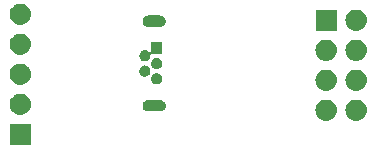
<source format=gbr>
G04 #@! TF.GenerationSoftware,KiCad,Pcbnew,5.0.2-bee76a0~70~ubuntu18.04.1*
G04 #@! TF.CreationDate,2019-08-13T19:29:34+01:00*
G04 #@! TF.ProjectId,SOICbite_USB,534f4943-6269-4746-955f-5553422e6b69,rev?*
G04 #@! TF.SameCoordinates,Original*
G04 #@! TF.FileFunction,Soldermask,Bot*
G04 #@! TF.FilePolarity,Negative*
%FSLAX46Y46*%
G04 Gerber Fmt 4.6, Leading zero omitted, Abs format (unit mm)*
G04 Created by KiCad (PCBNEW 5.0.2-bee76a0~70~ubuntu18.04.1) date Tue 13 Aug 2019 19:29:34 BST*
%MOMM*%
%LPD*%
G01*
G04 APERTURE LIST*
%ADD10C,0.100000*%
G04 APERTURE END LIST*
D10*
G36*
X108001000Y-102601000D02*
X106199000Y-102601000D01*
X106199000Y-100799000D01*
X108001000Y-100799000D01*
X108001000Y-102601000D01*
X108001000Y-102601000D01*
G37*
G36*
X135734295Y-98778634D02*
X135906695Y-98830932D01*
X135906697Y-98830933D01*
X136065584Y-98915860D01*
X136204850Y-99030152D01*
X136319142Y-99169418D01*
X136325700Y-99181688D01*
X136404070Y-99328307D01*
X136456368Y-99500707D01*
X136474026Y-99680001D01*
X136456368Y-99859295D01*
X136404070Y-100031695D01*
X136404069Y-100031697D01*
X136319142Y-100190584D01*
X136204850Y-100329850D01*
X136065584Y-100444142D01*
X135906697Y-100529069D01*
X135906695Y-100529070D01*
X135734295Y-100581368D01*
X135599932Y-100594601D01*
X135510070Y-100594601D01*
X135375707Y-100581368D01*
X135203307Y-100529070D01*
X135203305Y-100529069D01*
X135044418Y-100444142D01*
X134905152Y-100329850D01*
X134790860Y-100190584D01*
X134705933Y-100031697D01*
X134705932Y-100031695D01*
X134653634Y-99859295D01*
X134635976Y-99680001D01*
X134653634Y-99500707D01*
X134705932Y-99328307D01*
X134784302Y-99181688D01*
X134790860Y-99169418D01*
X134905152Y-99030152D01*
X135044418Y-98915860D01*
X135203305Y-98830933D01*
X135203307Y-98830932D01*
X135375707Y-98778634D01*
X135510070Y-98765401D01*
X135599932Y-98765401D01*
X135734295Y-98778634D01*
X135734295Y-98778634D01*
G37*
G36*
X133194295Y-98778634D02*
X133366695Y-98830932D01*
X133366697Y-98830933D01*
X133525584Y-98915860D01*
X133664850Y-99030152D01*
X133779142Y-99169418D01*
X133785700Y-99181688D01*
X133864070Y-99328307D01*
X133916368Y-99500707D01*
X133934026Y-99680001D01*
X133916368Y-99859295D01*
X133864070Y-100031695D01*
X133864069Y-100031697D01*
X133779142Y-100190584D01*
X133664850Y-100329850D01*
X133525584Y-100444142D01*
X133366697Y-100529069D01*
X133366695Y-100529070D01*
X133194295Y-100581368D01*
X133059932Y-100594601D01*
X132970070Y-100594601D01*
X132835707Y-100581368D01*
X132663307Y-100529070D01*
X132663305Y-100529069D01*
X132504418Y-100444142D01*
X132365152Y-100329850D01*
X132250860Y-100190584D01*
X132165933Y-100031697D01*
X132165932Y-100031695D01*
X132113634Y-99859295D01*
X132095976Y-99680001D01*
X132113634Y-99500707D01*
X132165932Y-99328307D01*
X132244302Y-99181688D01*
X132250860Y-99169418D01*
X132365152Y-99030152D01*
X132504418Y-98915860D01*
X132663305Y-98830933D01*
X132663307Y-98830932D01*
X132835707Y-98778634D01*
X132970070Y-98765401D01*
X133059932Y-98765401D01*
X133194295Y-98778634D01*
X133194295Y-98778634D01*
G37*
G36*
X107210443Y-98265519D02*
X107276627Y-98272037D01*
X107389853Y-98306384D01*
X107446467Y-98323557D01*
X107585087Y-98397652D01*
X107602991Y-98407222D01*
X107638729Y-98436552D01*
X107740186Y-98519814D01*
X107823448Y-98621271D01*
X107852778Y-98657009D01*
X107852779Y-98657011D01*
X107936443Y-98813533D01*
X107936443Y-98813534D01*
X107987963Y-98983373D01*
X108005359Y-99160000D01*
X107987963Y-99336627D01*
X107978351Y-99368312D01*
X107936443Y-99506467D01*
X107918130Y-99540727D01*
X107852778Y-99662991D01*
X107844813Y-99672696D01*
X107740186Y-99800186D01*
X107668160Y-99859295D01*
X107602991Y-99912778D01*
X107602989Y-99912779D01*
X107446467Y-99996443D01*
X107389853Y-100013616D01*
X107276627Y-100047963D01*
X107210443Y-100054481D01*
X107144260Y-100061000D01*
X107055740Y-100061000D01*
X106989558Y-100054482D01*
X106923373Y-100047963D01*
X106810147Y-100013616D01*
X106753533Y-99996443D01*
X106597011Y-99912779D01*
X106597009Y-99912778D01*
X106531840Y-99859295D01*
X106459814Y-99800186D01*
X106355187Y-99672696D01*
X106347222Y-99662991D01*
X106281870Y-99540727D01*
X106263557Y-99506467D01*
X106221649Y-99368312D01*
X106212037Y-99336627D01*
X106194641Y-99160000D01*
X106212037Y-98983373D01*
X106263557Y-98813534D01*
X106263557Y-98813533D01*
X106347221Y-98657011D01*
X106347222Y-98657009D01*
X106376552Y-98621271D01*
X106459814Y-98519814D01*
X106561271Y-98436552D01*
X106597009Y-98407222D01*
X106614913Y-98397652D01*
X106753533Y-98323557D01*
X106810147Y-98306384D01*
X106923373Y-98272037D01*
X106989557Y-98265519D01*
X107055740Y-98259000D01*
X107144260Y-98259000D01*
X107210443Y-98265519D01*
X107210443Y-98265519D01*
G37*
G36*
X119023312Y-98805887D02*
X119113039Y-98833106D01*
X119195731Y-98877306D01*
X119268211Y-98936789D01*
X119327694Y-99009269D01*
X119371894Y-99091961D01*
X119399113Y-99181688D01*
X119408303Y-99275000D01*
X119399113Y-99368312D01*
X119371894Y-99458039D01*
X119327694Y-99540731D01*
X119268211Y-99613211D01*
X119195731Y-99672694D01*
X119113039Y-99716894D01*
X119023312Y-99744113D01*
X118953384Y-99751000D01*
X117906616Y-99751000D01*
X117836688Y-99744113D01*
X117746961Y-99716894D01*
X117664269Y-99672694D01*
X117591789Y-99613211D01*
X117532306Y-99540731D01*
X117488106Y-99458039D01*
X117460887Y-99368312D01*
X117451697Y-99275000D01*
X117460887Y-99181688D01*
X117488106Y-99091961D01*
X117532306Y-99009269D01*
X117591789Y-98936789D01*
X117664269Y-98877306D01*
X117746961Y-98833106D01*
X117836688Y-98805887D01*
X117906616Y-98799000D01*
X118953384Y-98799000D01*
X119023312Y-98805887D01*
X119023312Y-98805887D01*
G37*
G36*
X133194295Y-96238634D02*
X133366695Y-96290932D01*
X133366697Y-96290933D01*
X133525584Y-96375860D01*
X133664850Y-96490152D01*
X133779142Y-96629418D01*
X133816736Y-96699752D01*
X133864070Y-96788307D01*
X133916368Y-96960707D01*
X133934026Y-97140001D01*
X133916368Y-97319295D01*
X133864070Y-97491695D01*
X133864069Y-97491697D01*
X133779142Y-97650584D01*
X133664850Y-97789850D01*
X133525584Y-97904142D01*
X133366697Y-97989069D01*
X133366695Y-97989070D01*
X133194295Y-98041368D01*
X133059932Y-98054601D01*
X132970070Y-98054601D01*
X132835707Y-98041368D01*
X132663307Y-97989070D01*
X132663305Y-97989069D01*
X132504418Y-97904142D01*
X132365152Y-97789850D01*
X132250860Y-97650584D01*
X132165933Y-97491697D01*
X132165932Y-97491695D01*
X132113634Y-97319295D01*
X132095976Y-97140001D01*
X132113634Y-96960707D01*
X132165932Y-96788307D01*
X132213266Y-96699752D01*
X132250860Y-96629418D01*
X132365152Y-96490152D01*
X132504418Y-96375860D01*
X132663305Y-96290933D01*
X132663307Y-96290932D01*
X132835707Y-96238634D01*
X132970070Y-96225401D01*
X133059932Y-96225401D01*
X133194295Y-96238634D01*
X133194295Y-96238634D01*
G37*
G36*
X135734295Y-96238634D02*
X135906695Y-96290932D01*
X135906697Y-96290933D01*
X136065584Y-96375860D01*
X136204850Y-96490152D01*
X136319142Y-96629418D01*
X136356736Y-96699752D01*
X136404070Y-96788307D01*
X136456368Y-96960707D01*
X136474026Y-97140001D01*
X136456368Y-97319295D01*
X136404070Y-97491695D01*
X136404069Y-97491697D01*
X136319142Y-97650584D01*
X136204850Y-97789850D01*
X136065584Y-97904142D01*
X135906697Y-97989069D01*
X135906695Y-97989070D01*
X135734295Y-98041368D01*
X135599932Y-98054601D01*
X135510070Y-98054601D01*
X135375707Y-98041368D01*
X135203307Y-97989070D01*
X135203305Y-97989069D01*
X135044418Y-97904142D01*
X134905152Y-97789850D01*
X134790860Y-97650584D01*
X134705933Y-97491697D01*
X134705932Y-97491695D01*
X134653634Y-97319295D01*
X134635976Y-97140001D01*
X134653634Y-96960707D01*
X134705932Y-96788307D01*
X134753266Y-96699752D01*
X134790860Y-96629418D01*
X134905152Y-96490152D01*
X135044418Y-96375860D01*
X135203305Y-96290933D01*
X135203307Y-96290932D01*
X135375707Y-96238634D01*
X135510070Y-96225401D01*
X135599932Y-96225401D01*
X135734295Y-96238634D01*
X135734295Y-96238634D01*
G37*
G36*
X107210442Y-95725518D02*
X107276627Y-95732037D01*
X107389853Y-95766384D01*
X107446467Y-95783557D01*
X107547172Y-95837386D01*
X107602991Y-95867222D01*
X107617342Y-95879000D01*
X107740186Y-95979814D01*
X107797584Y-96049755D01*
X107852778Y-96117009D01*
X107852779Y-96117011D01*
X107936443Y-96273533D01*
X107936443Y-96273534D01*
X107987963Y-96443373D01*
X108005359Y-96620000D01*
X107987963Y-96796627D01*
X107967946Y-96862614D01*
X107936443Y-96966467D01*
X107893723Y-97046389D01*
X107852778Y-97122991D01*
X107840964Y-97137386D01*
X107740186Y-97260186D01*
X107668160Y-97319295D01*
X107602991Y-97372778D01*
X107602989Y-97372779D01*
X107446467Y-97456443D01*
X107398478Y-97471000D01*
X107276627Y-97507963D01*
X107210443Y-97514481D01*
X107144260Y-97521000D01*
X107055740Y-97521000D01*
X106989557Y-97514481D01*
X106923373Y-97507963D01*
X106801522Y-97471000D01*
X106753533Y-97456443D01*
X106597011Y-97372779D01*
X106597009Y-97372778D01*
X106531840Y-97319295D01*
X106459814Y-97260186D01*
X106359036Y-97137386D01*
X106347222Y-97122991D01*
X106306277Y-97046389D01*
X106263557Y-96966467D01*
X106232054Y-96862614D01*
X106212037Y-96796627D01*
X106194641Y-96620000D01*
X106212037Y-96443373D01*
X106263557Y-96273534D01*
X106263557Y-96273533D01*
X106347221Y-96117011D01*
X106347222Y-96117009D01*
X106402416Y-96049755D01*
X106459814Y-95979814D01*
X106582658Y-95879000D01*
X106597009Y-95867222D01*
X106652828Y-95837386D01*
X106753533Y-95783557D01*
X106810147Y-95766384D01*
X106923373Y-95732037D01*
X106989558Y-95725518D01*
X107055740Y-95719000D01*
X107144260Y-95719000D01*
X107210442Y-95725518D01*
X107210442Y-95725518D01*
G37*
G36*
X118787386Y-96547100D02*
X118873102Y-96582604D01*
X118950248Y-96634152D01*
X119015848Y-96699752D01*
X119067396Y-96776898D01*
X119102900Y-96862614D01*
X119121000Y-96953609D01*
X119121000Y-97046391D01*
X119102900Y-97137386D01*
X119067396Y-97223102D01*
X119015848Y-97300248D01*
X118950248Y-97365848D01*
X118873102Y-97417396D01*
X118787386Y-97452900D01*
X118696391Y-97471000D01*
X118603609Y-97471000D01*
X118512614Y-97452900D01*
X118426898Y-97417396D01*
X118349752Y-97365848D01*
X118284152Y-97300248D01*
X118232604Y-97223102D01*
X118197100Y-97137386D01*
X118179000Y-97046391D01*
X118179000Y-96953609D01*
X118197100Y-96862614D01*
X118232604Y-96776898D01*
X118284152Y-96699752D01*
X118349752Y-96634152D01*
X118426898Y-96582604D01*
X118512614Y-96547100D01*
X118603609Y-96529000D01*
X118696391Y-96529000D01*
X118787386Y-96547100D01*
X118787386Y-96547100D01*
G37*
G36*
X117787386Y-95897100D02*
X117873102Y-95932604D01*
X117950248Y-95984152D01*
X118015848Y-96049752D01*
X118067396Y-96126898D01*
X118102900Y-96212614D01*
X118121000Y-96303609D01*
X118121000Y-96396391D01*
X118102900Y-96487386D01*
X118067396Y-96573102D01*
X118015848Y-96650248D01*
X117950248Y-96715848D01*
X117873102Y-96767396D01*
X117787386Y-96802900D01*
X117696391Y-96821000D01*
X117603609Y-96821000D01*
X117512614Y-96802900D01*
X117426898Y-96767396D01*
X117349752Y-96715848D01*
X117284152Y-96650248D01*
X117232604Y-96573102D01*
X117197100Y-96487386D01*
X117179000Y-96396391D01*
X117179000Y-96303609D01*
X117197100Y-96212614D01*
X117232604Y-96126898D01*
X117284152Y-96049752D01*
X117349752Y-95984152D01*
X117426898Y-95932604D01*
X117512614Y-95897100D01*
X117603609Y-95879000D01*
X117696391Y-95879000D01*
X117787386Y-95897100D01*
X117787386Y-95897100D01*
G37*
G36*
X118787386Y-95247100D02*
X118873102Y-95282604D01*
X118950248Y-95334152D01*
X119015848Y-95399752D01*
X119067396Y-95476898D01*
X119102900Y-95562614D01*
X119121000Y-95653609D01*
X119121000Y-95746391D01*
X119102900Y-95837386D01*
X119067396Y-95923102D01*
X119015848Y-96000248D01*
X118950248Y-96065848D01*
X118873102Y-96117396D01*
X118787386Y-96152900D01*
X118696391Y-96171000D01*
X118603609Y-96171000D01*
X118512614Y-96152900D01*
X118426898Y-96117396D01*
X118349752Y-96065848D01*
X118284152Y-96000248D01*
X118232604Y-95923102D01*
X118197100Y-95837386D01*
X118179000Y-95746391D01*
X118179000Y-95653609D01*
X118197100Y-95562614D01*
X118232604Y-95476898D01*
X118284152Y-95399752D01*
X118349752Y-95334152D01*
X118426898Y-95282604D01*
X118512614Y-95247100D01*
X118603609Y-95229000D01*
X118696391Y-95229000D01*
X118787386Y-95247100D01*
X118787386Y-95247100D01*
G37*
G36*
X119121000Y-94871000D02*
X118246000Y-94871000D01*
X118221614Y-94873402D01*
X118198165Y-94880515D01*
X118176554Y-94892066D01*
X118157612Y-94907612D01*
X118142066Y-94926554D01*
X118130515Y-94948165D01*
X118123402Y-94971614D01*
X118121000Y-94996000D01*
X118121000Y-95096391D01*
X118102900Y-95187386D01*
X118067396Y-95273102D01*
X118015848Y-95350248D01*
X117950248Y-95415848D01*
X117873102Y-95467396D01*
X117787386Y-95502900D01*
X117696391Y-95521000D01*
X117603609Y-95521000D01*
X117512614Y-95502900D01*
X117426898Y-95467396D01*
X117349752Y-95415848D01*
X117284152Y-95350248D01*
X117232604Y-95273102D01*
X117197100Y-95187386D01*
X117179000Y-95096391D01*
X117179000Y-95003609D01*
X117197100Y-94912614D01*
X117232604Y-94826898D01*
X117284152Y-94749752D01*
X117349752Y-94684152D01*
X117426898Y-94632604D01*
X117512614Y-94597100D01*
X117603609Y-94579000D01*
X117696391Y-94579000D01*
X117787386Y-94597100D01*
X117873102Y-94632604D01*
X117950248Y-94684152D01*
X117965612Y-94699516D01*
X117984554Y-94715062D01*
X118006165Y-94726613D01*
X118029614Y-94733726D01*
X118054000Y-94736128D01*
X118078386Y-94733726D01*
X118101835Y-94726613D01*
X118123446Y-94715062D01*
X118142388Y-94699516D01*
X118157934Y-94680574D01*
X118169485Y-94658963D01*
X118176598Y-94635514D01*
X118179000Y-94611128D01*
X118179000Y-93929000D01*
X119121000Y-93929000D01*
X119121000Y-94871000D01*
X119121000Y-94871000D01*
G37*
G36*
X133194295Y-93698634D02*
X133366695Y-93750932D01*
X133366697Y-93750933D01*
X133525584Y-93835860D01*
X133525586Y-93835861D01*
X133525585Y-93835861D01*
X133664850Y-93950152D01*
X133779141Y-94089417D01*
X133864070Y-94248307D01*
X133916368Y-94420707D01*
X133934026Y-94600001D01*
X133916368Y-94779295D01*
X133864070Y-94951695D01*
X133864069Y-94951697D01*
X133779142Y-95110584D01*
X133664850Y-95249850D01*
X133525584Y-95364142D01*
X133428849Y-95415848D01*
X133366695Y-95449070D01*
X133194295Y-95501368D01*
X133059932Y-95514601D01*
X132970070Y-95514601D01*
X132835707Y-95501368D01*
X132663307Y-95449070D01*
X132601153Y-95415848D01*
X132504418Y-95364142D01*
X132365152Y-95249850D01*
X132250860Y-95110584D01*
X132165933Y-94951697D01*
X132165932Y-94951695D01*
X132113634Y-94779295D01*
X132095976Y-94600001D01*
X132113634Y-94420707D01*
X132165932Y-94248307D01*
X132250861Y-94089417D01*
X132365152Y-93950152D01*
X132504417Y-93835861D01*
X132504416Y-93835861D01*
X132504418Y-93835860D01*
X132663305Y-93750933D01*
X132663307Y-93750932D01*
X132835707Y-93698634D01*
X132970070Y-93685401D01*
X133059932Y-93685401D01*
X133194295Y-93698634D01*
X133194295Y-93698634D01*
G37*
G36*
X135734295Y-93698634D02*
X135906695Y-93750932D01*
X135906697Y-93750933D01*
X136065584Y-93835860D01*
X136065586Y-93835861D01*
X136065585Y-93835861D01*
X136204850Y-93950152D01*
X136319141Y-94089417D01*
X136404070Y-94248307D01*
X136456368Y-94420707D01*
X136474026Y-94600001D01*
X136456368Y-94779295D01*
X136404070Y-94951695D01*
X136404069Y-94951697D01*
X136319142Y-95110584D01*
X136204850Y-95249850D01*
X136065584Y-95364142D01*
X135968849Y-95415848D01*
X135906695Y-95449070D01*
X135734295Y-95501368D01*
X135599932Y-95514601D01*
X135510070Y-95514601D01*
X135375707Y-95501368D01*
X135203307Y-95449070D01*
X135141153Y-95415848D01*
X135044418Y-95364142D01*
X134905152Y-95249850D01*
X134790860Y-95110584D01*
X134705933Y-94951697D01*
X134705932Y-94951695D01*
X134653634Y-94779295D01*
X134635976Y-94600001D01*
X134653634Y-94420707D01*
X134705932Y-94248307D01*
X134790861Y-94089417D01*
X134905152Y-93950152D01*
X135044417Y-93835861D01*
X135044416Y-93835861D01*
X135044418Y-93835860D01*
X135203305Y-93750933D01*
X135203307Y-93750932D01*
X135375707Y-93698634D01*
X135510070Y-93685401D01*
X135599932Y-93685401D01*
X135734295Y-93698634D01*
X135734295Y-93698634D01*
G37*
G36*
X107210442Y-93185518D02*
X107276627Y-93192037D01*
X107389853Y-93226384D01*
X107446467Y-93243557D01*
X107585087Y-93317652D01*
X107602991Y-93327222D01*
X107638729Y-93356552D01*
X107740186Y-93439814D01*
X107823448Y-93541271D01*
X107852778Y-93577009D01*
X107852779Y-93577011D01*
X107936443Y-93733533D01*
X107936443Y-93733534D01*
X107987963Y-93903373D01*
X108005359Y-94080000D01*
X107987963Y-94256627D01*
X107953616Y-94369853D01*
X107936443Y-94426467D01*
X107862348Y-94565087D01*
X107852778Y-94582991D01*
X107841199Y-94597100D01*
X107740186Y-94720186D01*
X107668160Y-94779295D01*
X107602991Y-94832778D01*
X107602989Y-94832779D01*
X107446467Y-94916443D01*
X107389853Y-94933616D01*
X107276627Y-94967963D01*
X107210443Y-94974481D01*
X107144260Y-94981000D01*
X107055740Y-94981000D01*
X106989557Y-94974481D01*
X106923373Y-94967963D01*
X106810147Y-94933616D01*
X106753533Y-94916443D01*
X106597011Y-94832779D01*
X106597009Y-94832778D01*
X106531840Y-94779295D01*
X106459814Y-94720186D01*
X106358801Y-94597100D01*
X106347222Y-94582991D01*
X106337652Y-94565087D01*
X106263557Y-94426467D01*
X106246384Y-94369853D01*
X106212037Y-94256627D01*
X106194641Y-94080000D01*
X106212037Y-93903373D01*
X106263557Y-93733534D01*
X106263557Y-93733533D01*
X106347221Y-93577011D01*
X106347222Y-93577009D01*
X106376552Y-93541271D01*
X106459814Y-93439814D01*
X106561271Y-93356552D01*
X106597009Y-93327222D01*
X106614913Y-93317652D01*
X106753533Y-93243557D01*
X106810147Y-93226384D01*
X106923373Y-93192037D01*
X106989558Y-93185518D01*
X107055740Y-93179000D01*
X107144260Y-93179000D01*
X107210442Y-93185518D01*
X107210442Y-93185518D01*
G37*
G36*
X135734295Y-91158634D02*
X135906695Y-91210932D01*
X135906697Y-91210933D01*
X136065584Y-91295860D01*
X136065586Y-91295861D01*
X136065585Y-91295861D01*
X136204850Y-91410152D01*
X136319141Y-91549417D01*
X136404070Y-91708307D01*
X136456368Y-91880707D01*
X136474026Y-92060001D01*
X136456368Y-92239295D01*
X136410429Y-92390731D01*
X136404069Y-92411697D01*
X136319142Y-92570584D01*
X136204850Y-92709850D01*
X136065584Y-92824142D01*
X135906697Y-92909069D01*
X135906695Y-92909070D01*
X135734295Y-92961368D01*
X135599932Y-92974601D01*
X135510070Y-92974601D01*
X135375707Y-92961368D01*
X135203307Y-92909070D01*
X135203305Y-92909069D01*
X135044418Y-92824142D01*
X134905152Y-92709850D01*
X134790860Y-92570584D01*
X134705933Y-92411697D01*
X134699573Y-92390731D01*
X134653634Y-92239295D01*
X134635976Y-92060001D01*
X134653634Y-91880707D01*
X134705932Y-91708307D01*
X134790861Y-91549417D01*
X134905152Y-91410152D01*
X135044417Y-91295861D01*
X135044416Y-91295861D01*
X135044418Y-91295860D01*
X135203305Y-91210933D01*
X135203307Y-91210932D01*
X135375707Y-91158634D01*
X135510070Y-91145401D01*
X135599932Y-91145401D01*
X135734295Y-91158634D01*
X135734295Y-91158634D01*
G37*
G36*
X133929601Y-92974601D02*
X132100401Y-92974601D01*
X132100401Y-91145401D01*
X133929601Y-91145401D01*
X133929601Y-92974601D01*
X133929601Y-92974601D01*
G37*
G36*
X119023312Y-91655887D02*
X119113039Y-91683106D01*
X119195731Y-91727306D01*
X119268211Y-91786789D01*
X119327694Y-91859269D01*
X119371894Y-91941961D01*
X119399113Y-92031688D01*
X119408303Y-92125000D01*
X119399113Y-92218312D01*
X119371894Y-92308039D01*
X119327694Y-92390731D01*
X119268211Y-92463211D01*
X119195731Y-92522694D01*
X119113039Y-92566894D01*
X119023312Y-92594113D01*
X118953384Y-92601000D01*
X117906616Y-92601000D01*
X117836688Y-92594113D01*
X117746961Y-92566894D01*
X117664269Y-92522694D01*
X117591789Y-92463211D01*
X117532306Y-92390731D01*
X117488106Y-92308039D01*
X117460887Y-92218312D01*
X117451697Y-92125000D01*
X117460887Y-92031688D01*
X117488106Y-91941961D01*
X117532306Y-91859269D01*
X117591789Y-91786789D01*
X117664269Y-91727306D01*
X117746961Y-91683106D01*
X117836688Y-91655887D01*
X117906616Y-91649000D01*
X118953384Y-91649000D01*
X119023312Y-91655887D01*
X119023312Y-91655887D01*
G37*
G36*
X107210443Y-90645519D02*
X107276627Y-90652037D01*
X107389853Y-90686384D01*
X107446467Y-90703557D01*
X107585087Y-90777652D01*
X107602991Y-90787222D01*
X107638729Y-90816552D01*
X107740186Y-90899814D01*
X107823448Y-91001271D01*
X107852778Y-91037009D01*
X107852779Y-91037011D01*
X107936443Y-91193533D01*
X107936443Y-91193534D01*
X107987963Y-91363373D01*
X108005359Y-91540000D01*
X107987963Y-91716627D01*
X107953616Y-91829853D01*
X107936443Y-91886467D01*
X107906780Y-91941961D01*
X107852778Y-92042991D01*
X107838818Y-92060001D01*
X107740186Y-92180186D01*
X107668160Y-92239295D01*
X107602991Y-92292778D01*
X107602989Y-92292779D01*
X107446467Y-92376443D01*
X107399378Y-92390727D01*
X107276627Y-92427963D01*
X107210443Y-92434481D01*
X107144260Y-92441000D01*
X107055740Y-92441000D01*
X106989557Y-92434481D01*
X106923373Y-92427963D01*
X106800622Y-92390727D01*
X106753533Y-92376443D01*
X106597011Y-92292779D01*
X106597009Y-92292778D01*
X106531840Y-92239295D01*
X106459814Y-92180186D01*
X106361182Y-92060001D01*
X106347222Y-92042991D01*
X106293220Y-91941961D01*
X106263557Y-91886467D01*
X106246384Y-91829853D01*
X106212037Y-91716627D01*
X106194641Y-91540000D01*
X106212037Y-91363373D01*
X106263557Y-91193534D01*
X106263557Y-91193533D01*
X106347221Y-91037011D01*
X106347222Y-91037009D01*
X106376552Y-91001271D01*
X106459814Y-90899814D01*
X106561271Y-90816552D01*
X106597009Y-90787222D01*
X106614913Y-90777652D01*
X106753533Y-90703557D01*
X106810147Y-90686384D01*
X106923373Y-90652037D01*
X106989557Y-90645519D01*
X107055740Y-90639000D01*
X107144260Y-90639000D01*
X107210443Y-90645519D01*
X107210443Y-90645519D01*
G37*
M02*

</source>
